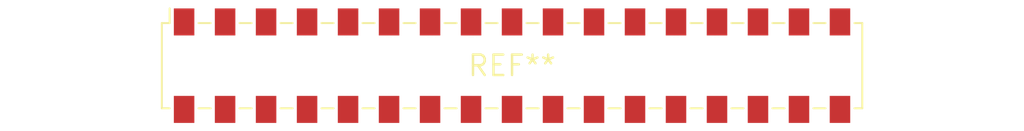
<source format=kicad_pcb>
(kicad_pcb (version 20240108) (generator pcbnew)
  (layers (0 "F.Cu" signal) (31 "B.Cu" signal) (34 "B.Paste" user) (35 "F.Paste" user) (36 "B.SilkS" user "B.Silkscreen") (37 "F.SilkS" user "F.Silkscreen") (38 "B.Mask" user) (39 "F.Mask" user) (44 "Edge.Cuts" user))
  (net 0 "")
  (footprint "Samtec_HLE-117-02-xxx-DV-BE-LC_2x17_P2.54mm_Horizontal" (layer "F.Cu") (at 0 0)
    (property "Reference" "REF**")
    (property "Value" "Samtec_HLE-117-02-xxx-DV-BE-LC_2x17_P2.54mm_Horizontal")
    (fp_line (start -21.7 -2.65) (end -21.7 2.65) (layer "F.SilkS") (stroke (width 0.12)))
    (fp_line (start -21.7 2.65) (end -21.215 2.65) (layer "F.SilkS") (stroke (width 0.12)))
    (fp_line (start -21.215 -3.56) (end -21.215 -2.65) (layer "F.SilkS") (stroke (width 0.12)))
    (fp_line (start -21.215 -2.65) (end -21.7 -2.65) (layer "F.SilkS") (stroke (width 0.12)))
    (fp_line (start -19.425 -2.65) (end -18.675 -2.65) (layer "F.SilkS") (stroke (width 0.12)))
    (fp_line (start -19.425 2.65) (end -18.675 2.65) (layer "F.SilkS") (stroke (width 0.12)))
    (fp_line (start -16.885 -2.65) (end -16.135 -2.65) (layer "F.SilkS") (stroke (width 0.12)))
    (fp_line (start -16.885 2.65) (end -16.135 2.65) (layer "F.SilkS") (stroke (width 0.12)))
    (fp_line (start -14.345 -2.65) (end -13.595 -2.65) (layer "F.SilkS") (stroke (width 0.12)))
    (fp_line (start -14.345 2.65) (end -13.595 2.65) (layer "F.SilkS") (stroke (width 0.12)))
    (fp_line (start -11.805 -2.65) (end -11.055 -2.65) (layer "F.SilkS") (stroke (width 0.12)))
    (fp_line (start -11.805 2.65) (end -11.055 2.65) (layer "F.SilkS") (stroke (width 0.12)))
    (fp_line (start -9.265 -2.65) (end -8.515 -2.65) (layer "F.SilkS") (stroke (width 0.12)))
    (fp_line (start -9.265 2.65) (end -8.515 2.65) (layer "F.SilkS") (stroke (width 0.12)))
    (fp_line (start -6.725 -2.65) (end -5.975 -2.65) (layer "F.SilkS") (stroke (width 0.12)))
    (fp_line (start -6.725 2.65) (end -5.975 2.65) (layer "F.SilkS") (stroke (width 0.12)))
    (fp_line (start -4.185 -2.65) (end -3.435 -2.65) (layer "F.SilkS") (stroke (width 0.12)))
    (fp_line (start -4.185 2.65) (end -3.435 2.65) (layer "F.SilkS") (stroke (width 0.12)))
    (fp_line (start -1.645 -2.65) (end -0.895 -2.65) (layer "F.SilkS") (stroke (width 0.12)))
    (fp_line (start -1.645 2.65) (end -0.895 2.65) (layer "F.SilkS") (stroke (width 0.12)))
    (fp_line (start 0.895 -2.65) (end 1.645 -2.65) (layer "F.SilkS") (stroke (width 0.12)))
    (fp_line (start 0.895 2.65) (end 1.645 2.65) (layer "F.SilkS") (stroke (width 0.12)))
    (fp_line (start 3.435 -2.65) (end 4.185 -2.65) (layer "F.SilkS") (stroke (width 0.12)))
    (fp_line (start 3.435 2.65) (end 4.185 2.65) (layer "F.SilkS") (stroke (width 0.12)))
    (fp_line (start 5.975 -2.65) (end 6.725 -2.65) (layer "F.SilkS") (stroke (width 0.12)))
    (fp_line (start 5.975 2.65) (end 6.725 2.65) (layer "F.SilkS") (stroke (width 0.12)))
    (fp_line (start 8.515 -2.65) (end 9.265 -2.65) (layer "F.SilkS") (stroke (width 0.12)))
    (fp_line (start 8.515 2.65) (end 9.265 2.65) (layer "F.SilkS") (stroke (width 0.12)))
    (fp_line (start 11.055 -2.65) (end 11.805 -2.65) (layer "F.SilkS") (stroke (width 0.12)))
    (fp_line (start 11.055 2.65) (end 11.805 2.65) (layer "F.SilkS") (stroke (width 0.12)))
    (fp_line (start 13.595 -2.65) (end 14.345 -2.65) (layer "F.SilkS") (stroke (width 0.12)))
    (fp_line (start 13.595 2.65) (end 14.345 2.65) (layer "F.SilkS") (stroke (width 0.12)))
    (fp_line (start 16.135 -2.65) (end 16.885 -2.65) (layer "F.SilkS") (stroke (width 0.12)))
    (fp_line (start 16.135 2.65) (end 16.885 2.65) (layer "F.SilkS") (stroke (width 0.12)))
    (fp_line (start 18.675 -2.65) (end 19.425 -2.65) (layer "F.SilkS") (stroke (width 0.12)))
    (fp_line (start 18.675 2.65) (end 19.425 2.65) (layer "F.SilkS") (stroke (width 0.12)))
    (fp_line (start 21.215 -2.65) (end 21.7 -2.65) (layer "F.SilkS") (stroke (width 0.12)))
    (fp_line (start 21.7 -2.65) (end 21.7 2.65) (layer "F.SilkS") (stroke (width 0.12)))
    (fp_line (start 21.7 2.65) (end 21.215 2.65) (layer "F.SilkS") (stroke (width 0.12)))
    (pad "" np_thru_hole circle (at -20.32 -1.27) (size 0.97 0.97) (drill 0.97) (layers *.Cu *.Mask))
    (pad "" np_thru_hole circle (at -20.32 1.27) (size 0.97 0.97) (drill 0.97) (layers *.Cu *.Mask))
    (pad "" np_thru_hole circle (at -19.05 0) (size 1.19 1.19) (drill 1.19) (layers *.Cu *.Mask))
    (pad "" np_thru_hole circle (at -17.78 -1.27) (size 0.97 0.97) (drill 0.97) (layers *.Cu *.Mask))
    (pad "" np_thru_hole circle (at -17.78 1.27) (size 0.97 0.97) (drill 0.97) (layers *.Cu *.Mask))
    (pad "" np_thru_hole circle (at -15.24 -1.27) (size 0.97 0.97) (drill 0.97) (layers *.Cu *.Mask))
    (pad "" np_thru_hole circle (at -15.24 1.27) (size 0.97 0.97) (drill 0.97) (layers *.Cu *.Mask))
    (pad "" np_thru_hole circle (at -12.7 -1.27) (size 0.97 0.97) (drill 0.97) (layers *.Cu *.Mask))
    (pad "" np_thru_hole circle (at -12.7 1.27) (size 0.97 0.97) (drill 0.97) (layers *.Cu *.Mask))
    (pad "" np_thru_hole circle (at -10.16 -1.27) (size 0.97 0.97) (drill 0.97) (layers *.Cu *.Mask))
    (pad "" np_thru_hole circle (at -10.16 1.27) (size 0.97 0.97) (drill 0.97) (layers *.Cu *.Mask))
    (pad "" np_thru_hole circle (at -7.62 -1.27) (size 0.97 0.97) (drill 0.97) (layers *.Cu *.Mask))
    (pad "" np_thru_hole circle (at -7.62 1.27) (size 0.97 0.97) (drill 0.97) (layers *.Cu *.Mask))
    (pad "" np_thru_hole circle (at -5.08 -1.27) (size 0.97 0.97) (drill 0.97) (layers *.Cu *.Mask))
    (pad "" np_thru_hole circle (at -5.08 1.27) (size 0.97 0.97) (drill 0.97) (layers *.Cu *.Mask))
    (pad "" np_thru_hole circle (at -2.54 -1.27) (size 0.97 0.97) (drill 0.97) (layers *.Cu *.Mask))
    (pad "" np_thru_hole circle (at -2.54 1.27) (size 0.97 0.97) (drill 0.97) (layers *.Cu *.Mask))
    (pad "" np_thru_hole circle (at 0 -1.27) (size 0.97 0.97) (drill 0.97) (layers *.Cu *.Mask))
    (pad "" np_thru_hole circle (at 0 1.27) (size 0.97 0.97) (drill 0.97) (layers *.Cu *.Mask))
    (pad "" np_thru_hole circle (at 2.54 -1.27) (size 0.97 0.97) (drill 0.97) (layers *.Cu *.Mask))
    (pad "" np_thru_hole circle (at 2.54 1.27) (size 0.97 0.97) (drill 0.97) (layers *.Cu *.Mask))
    (pad "" np_thru_hole circle (at 5.08 -1.27) (size 0.97 0.97) (drill 0.97) (layers *.Cu *.Mask))
    (pad "" np_thru_hole circle (at 5.08 1.27) (size 0.97 0.97) (drill 0.97) (layers *.Cu *.Mask))
    (pad "" np_thru_hole circle (at 7.62 -1.27) (size 0.97 0.97) (drill 0.97) (layers *.Cu *.Mask))
    (pad "" np_thru_hole circle (at 7.62 1.27) (size 0.97 0.97) (drill 0.97) (layers *.Cu *.Mask))
    (pad "" np_thru_hole circle (at 10.16 -1.27) (size 0.97 0.97) (drill 0.97) (layers *.Cu *.Mask))
    (pad "" np_thru_hole circle (at 10.16 1.27) (size 0.97 0.97) (drill 0.97) (layers *.Cu *.Mask))
    (pad "" np_thru_hole circle (at 12.7 -1.27) (size 0.97 0.97) (drill 0.97) (layers *.Cu *.Mask))
    (pad "" np_thru_hole circle (at 12.7 1.27) (size 0.97 0.97) (drill 0.97) (layers *.Cu *.Mask))
    (pad "" np_thru_hole circle (at 15.24 -1.27) (size 0.97 0.97) (drill 0.97) (layers *.Cu *.Mask))
    (pad "" np_thru_hole circle (at 15.24 1.27) (size 0.97 0.97) (drill 0.97) (layers *.Cu *.Mask))
    (pad "" np_thru_hole circle (at 17.78 -1.27) (size 0.97 0.97) (drill 0.97) (layers *.Cu *.Mask))
    (pad "" np_thru_hole circle (at 17.78 1.27) (size 0.97 0.97) (drill 0.97) (layers *.Cu *.Mask))
    (pad "" np_thru_hole circle (at 19.05 0) (size 1.19 1.19) (drill 1.19) (layers *.Cu *.Mask))
    (pad "" np_thru_hole circle (at 20.32 -1.27) (size 0.97 0.97) (drill 0.97) (layers *.Cu *.Mask))
    (pad "" np_thru_hole circle (at 20.32 1.27) (size 0.97 0.97) (drill 0.97) (layers *.Cu *.Mask))
    (pad "1" smd rect (at -20.32 -2.72) (size 1.27 1.68) (layers "F.Cu" "F.Paste" "F.Mask"))
    (pad "2" smd rect (at -20.32 2.72) (size 1.27 1.68) (layers "F.Cu" "F.Paste" "F.Mask"))
    (pad "3" smd rect (at -17.78 -2.72) (size 1.27 1.68) (layers "F.Cu" "F.Paste" "F.Mask"))
    (pad "4" smd rect (at -17.78 2.72) (size 1.27 1.68) (layers "F.Cu" "F.Paste" "F.Mask"))
    (pad "5" smd rect (at -15.24 -2.72) (size 1.27 1.68) (layers "F.Cu" "F.Paste" "F.Mask"))
    (pad "6" smd rect (at -15.24 2.72) (size 1.27 1.68) (layers "F.Cu" "F.Paste" "F.Mask"))
    (pad "7" smd rect (at -12.7 -2.72) (size 1.27 1.68) (layers "F.Cu" "F.Paste" "F.Mask"))
    (pad "8" smd rect (at -12.7 2.72) (size 1.27 1.68) (layers "F.Cu" "F.Paste" "F.Mask"))
    (pad "9" smd rect (at -10.16 -2.72) (size 1.27 1.68) (layers "F.Cu" "F.Paste" "F.Mask"))
    (pad "10" smd rect (at -10.16 2.72) (size 1.27 1.68) (layers "F.Cu" "F.Paste" "F.Mask"))
    (pad "11" smd rect (at -7.62 -2.72) (size 1.27 1.68) (layers "F.Cu" "F.Paste" "F.Mask"))
    (pad "12" smd rect (at -7.62 2.72) (size 1.27 1.68) (layers "F.Cu" "F.Paste" "F.Mask"))
    (pad "13" smd rect (at -5.08 -2.72) (size 1.27 1.68) (layers "F.Cu" "F.Paste" "F.Mask"))
    (pad "14" smd rect (at -5.08 2.72) (size 1.27 1.68) (layers "F.Cu" "F.Paste" "F.Mask"))
    (pad "15" smd rect (at -2.54 -2.72) (size 1.27 1.68) (layers "F.Cu" "F.Paste" "F.Mask"))
    (pad "16" smd rect (at -2.54 2.72) (size 1.27 1.68) (layers "F.Cu" "F.Paste" "F.Mask"))
    (pad "17" smd rect (at 0 -2.72) (size 1.27 1.68) (layers "F.Cu" "F.Paste" "F.Mask"))
    (pad "18" smd rect (at 0 2.72) (size 1.27 1.68) (layers "F.Cu" "F.Paste" "F.Mask"))
    (pad "19" smd rect (at 2.54 -2.72) (size 1.27 1.68) (layers "F.Cu" "F.Paste" "F.Mask"))
    (pad "20" smd rect (at 2.54 2.72) (size 1.27 1.68) (layers "F.Cu" "F.Paste" "F.Mask"))
    (pad "21" smd rect (at 5.08 -2.72) (size 1.27 1.68) (layers "F.Cu" "F.Paste" "F.Mask"))
    (pad "22" smd rect (at 5.08 2.72) (size 1.27 1.68) (layers "F.Cu" "F.Paste" "F.Mask"))
    (pad "23" smd rect (at 7.62 -2.72) (size 1.27 1.68) (layers "F.Cu" "F.Paste" "F.Mask"))
    (pad "24" smd rect (at 7.62 2.72) (size 1.27 1.68) (layers "F.Cu" "F.Paste" "F.Mask"))
    (pad "25" smd rect (at 10.16 -2.72) (size 1.27 1.68) (layers "F.Cu" "F.Paste" "F.Mask"))
    (pad "26" smd rect (at 10.16 2.72) (size 1.27 1.68) (layers "F.Cu" "F.Paste" "F.Mask"))
    (pad "27" smd rect (at 12.7 -2.72) (size 1.27 1.68) (layers "F.Cu" "F.Paste" "F.Mask"))
    (pad "28" smd rect (at 12.7 2.72) (size 1.27 1.68) (layers "F.Cu" "F.Paste" "F.Mask"))
    (pad "29" smd rect (at 15.24 -2.72) (size 1.27 1.68) (layers "F.Cu" "F.Paste" "F.Mask"))
    (pad "30" smd rect (at 15.24 2.72) (size 1.27 1.68) (layers "F.Cu" "F.Paste" "F.Mask"))
    (pad "31" smd rect (at 17.78 -2.72) (size 1.27 1.68) (layers "F.Cu" "F.Paste" "F.Mask"))
    (pad "32" smd rect (at 17.78 2.72) (size 1.27 1.68) (layers "F.Cu" "F.Paste" "F.Mask"))
    (pad "33" smd rect (at 20.32 -2.72) (size 1.27 1.68) (layers "F.Cu" "F.Paste" "F.Mask"))
    (pad "34" smd rect (at 20.32 2.72) (size 1.27 1.68) (layers "F.Cu" "F.Paste" "F.Mask"))
  )
)
</source>
